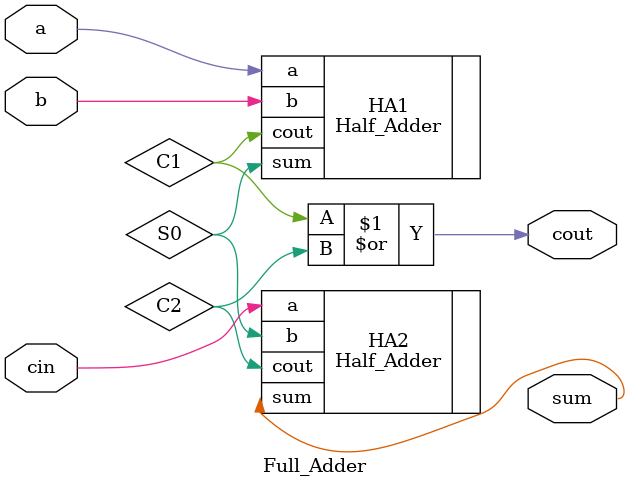
<source format=v>


module Full_Adder(a, b, cin, sum, cout);

input a, b, cin; 
output sum, cout; 

wire S0, C1, C2;
Half_Adder HA1 (.a(a), .b(b), .sum(S0), .cout(C1));

Half_Adder HA2 (.a(cin), .b(S0), .sum(sum), .cout(C2));

assign cout = C1 | C2; 

endmodule
</source>
